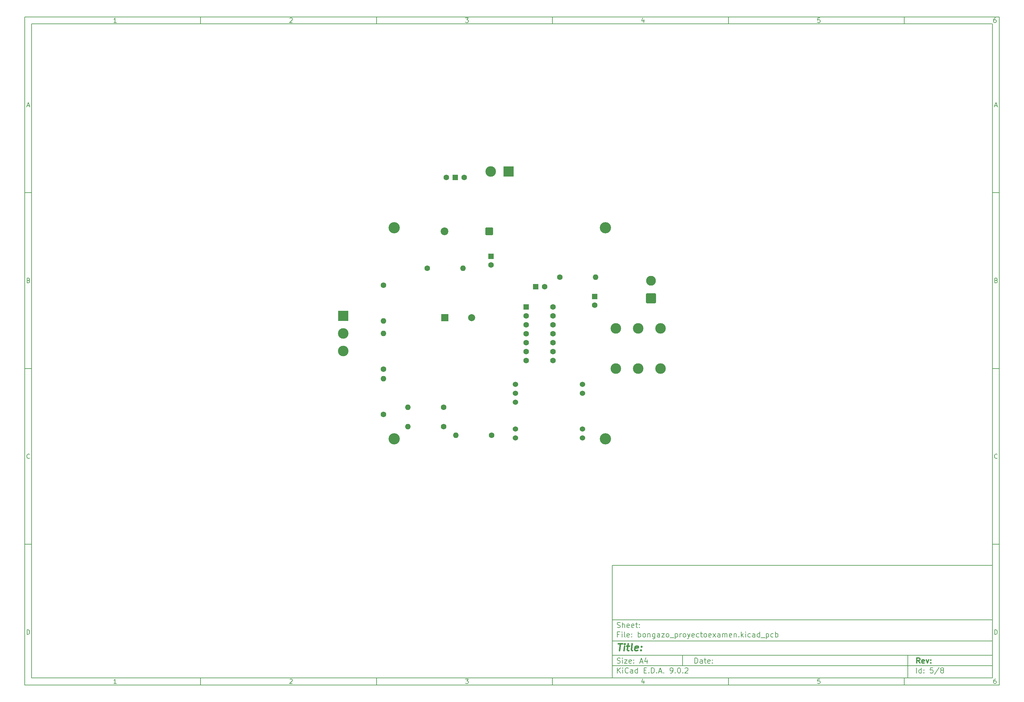
<source format=gbr>
%TF.GenerationSoftware,KiCad,Pcbnew,9.0.2*%
%TF.CreationDate,2025-06-20T15:30:42-04:00*%
%TF.ProjectId,bongazo_proyectoexamen,626f6e67-617a-46f5-9f70-726f79656374,rev?*%
%TF.SameCoordinates,Original*%
%TF.FileFunction,Soldermask,Top*%
%TF.FilePolarity,Negative*%
%FSLAX46Y46*%
G04 Gerber Fmt 4.6, Leading zero omitted, Abs format (unit mm)*
G04 Created by KiCad (PCBNEW 9.0.2) date 2025-06-20 15:30:42*
%MOMM*%
%LPD*%
G01*
G04 APERTURE LIST*
G04 Aperture macros list*
%AMRoundRect*
0 Rectangle with rounded corners*
0 $1 Rounding radius*
0 $2 $3 $4 $5 $6 $7 $8 $9 X,Y pos of 4 corners*
0 Add a 4 corners polygon primitive as box body*
4,1,4,$2,$3,$4,$5,$6,$7,$8,$9,$2,$3,0*
0 Add four circle primitives for the rounded corners*
1,1,$1+$1,$2,$3*
1,1,$1+$1,$4,$5*
1,1,$1+$1,$6,$7*
1,1,$1+$1,$8,$9*
0 Add four rect primitives between the rounded corners*
20,1,$1+$1,$2,$3,$4,$5,0*
20,1,$1+$1,$4,$5,$6,$7,0*
20,1,$1+$1,$6,$7,$8,$9,0*
20,1,$1+$1,$8,$9,$2,$3,0*%
G04 Aperture macros list end*
%ADD10C,0.100000*%
%ADD11C,0.150000*%
%ADD12C,0.300000*%
%ADD13C,0.400000*%
%ADD14C,1.600000*%
%ADD15O,1.600000X1.600000*%
%ADD16RoundRect,0.250000X-0.550000X-0.550000X0.550000X-0.550000X0.550000X0.550000X-0.550000X0.550000X0*%
%ADD17C,3.200000*%
%ADD18RoundRect,0.250001X1.149999X-1.149999X1.149999X1.149999X-1.149999X1.149999X-1.149999X-1.149999X0*%
%ADD19C,2.800000*%
%ADD20R,2.000000X2.000000*%
%ADD21C,2.000000*%
%ADD22R,1.600000X1.600000*%
%ADD23R,3.000000X3.000000*%
%ADD24C,3.000000*%
%ADD25C,1.524000*%
%ADD26R,1.500000X1.500000*%
%ADD27RoundRect,0.249999X0.850001X0.850001X-0.850001X0.850001X-0.850001X-0.850001X0.850001X-0.850001X0*%
%ADD28C,2.200000*%
%ADD29RoundRect,0.250000X-0.550000X0.550000X-0.550000X-0.550000X0.550000X-0.550000X0.550000X0.550000X0*%
G04 APERTURE END LIST*
D10*
D11*
X177002200Y-166007200D02*
X285002200Y-166007200D01*
X285002200Y-198007200D01*
X177002200Y-198007200D01*
X177002200Y-166007200D01*
D10*
D11*
X10000000Y-10000000D02*
X287002200Y-10000000D01*
X287002200Y-200007200D01*
X10000000Y-200007200D01*
X10000000Y-10000000D01*
D10*
D11*
X12000000Y-12000000D02*
X285002200Y-12000000D01*
X285002200Y-198007200D01*
X12000000Y-198007200D01*
X12000000Y-12000000D01*
D10*
D11*
X60000000Y-12000000D02*
X60000000Y-10000000D01*
D10*
D11*
X110000000Y-12000000D02*
X110000000Y-10000000D01*
D10*
D11*
X160000000Y-12000000D02*
X160000000Y-10000000D01*
D10*
D11*
X210000000Y-12000000D02*
X210000000Y-10000000D01*
D10*
D11*
X260000000Y-12000000D02*
X260000000Y-10000000D01*
D10*
D11*
X36089160Y-11593604D02*
X35346303Y-11593604D01*
X35717731Y-11593604D02*
X35717731Y-10293604D01*
X35717731Y-10293604D02*
X35593922Y-10479319D01*
X35593922Y-10479319D02*
X35470112Y-10603128D01*
X35470112Y-10603128D02*
X35346303Y-10665033D01*
D10*
D11*
X85346303Y-10417414D02*
X85408207Y-10355509D01*
X85408207Y-10355509D02*
X85532017Y-10293604D01*
X85532017Y-10293604D02*
X85841541Y-10293604D01*
X85841541Y-10293604D02*
X85965350Y-10355509D01*
X85965350Y-10355509D02*
X86027255Y-10417414D01*
X86027255Y-10417414D02*
X86089160Y-10541223D01*
X86089160Y-10541223D02*
X86089160Y-10665033D01*
X86089160Y-10665033D02*
X86027255Y-10850747D01*
X86027255Y-10850747D02*
X85284398Y-11593604D01*
X85284398Y-11593604D02*
X86089160Y-11593604D01*
D10*
D11*
X135284398Y-10293604D02*
X136089160Y-10293604D01*
X136089160Y-10293604D02*
X135655826Y-10788842D01*
X135655826Y-10788842D02*
X135841541Y-10788842D01*
X135841541Y-10788842D02*
X135965350Y-10850747D01*
X135965350Y-10850747D02*
X136027255Y-10912652D01*
X136027255Y-10912652D02*
X136089160Y-11036461D01*
X136089160Y-11036461D02*
X136089160Y-11345985D01*
X136089160Y-11345985D02*
X136027255Y-11469795D01*
X136027255Y-11469795D02*
X135965350Y-11531700D01*
X135965350Y-11531700D02*
X135841541Y-11593604D01*
X135841541Y-11593604D02*
X135470112Y-11593604D01*
X135470112Y-11593604D02*
X135346303Y-11531700D01*
X135346303Y-11531700D02*
X135284398Y-11469795D01*
D10*
D11*
X185965350Y-10726938D02*
X185965350Y-11593604D01*
X185655826Y-10231700D02*
X185346303Y-11160271D01*
X185346303Y-11160271D02*
X186151064Y-11160271D01*
D10*
D11*
X236027255Y-10293604D02*
X235408207Y-10293604D01*
X235408207Y-10293604D02*
X235346303Y-10912652D01*
X235346303Y-10912652D02*
X235408207Y-10850747D01*
X235408207Y-10850747D02*
X235532017Y-10788842D01*
X235532017Y-10788842D02*
X235841541Y-10788842D01*
X235841541Y-10788842D02*
X235965350Y-10850747D01*
X235965350Y-10850747D02*
X236027255Y-10912652D01*
X236027255Y-10912652D02*
X236089160Y-11036461D01*
X236089160Y-11036461D02*
X236089160Y-11345985D01*
X236089160Y-11345985D02*
X236027255Y-11469795D01*
X236027255Y-11469795D02*
X235965350Y-11531700D01*
X235965350Y-11531700D02*
X235841541Y-11593604D01*
X235841541Y-11593604D02*
X235532017Y-11593604D01*
X235532017Y-11593604D02*
X235408207Y-11531700D01*
X235408207Y-11531700D02*
X235346303Y-11469795D01*
D10*
D11*
X285965350Y-10293604D02*
X285717731Y-10293604D01*
X285717731Y-10293604D02*
X285593922Y-10355509D01*
X285593922Y-10355509D02*
X285532017Y-10417414D01*
X285532017Y-10417414D02*
X285408207Y-10603128D01*
X285408207Y-10603128D02*
X285346303Y-10850747D01*
X285346303Y-10850747D02*
X285346303Y-11345985D01*
X285346303Y-11345985D02*
X285408207Y-11469795D01*
X285408207Y-11469795D02*
X285470112Y-11531700D01*
X285470112Y-11531700D02*
X285593922Y-11593604D01*
X285593922Y-11593604D02*
X285841541Y-11593604D01*
X285841541Y-11593604D02*
X285965350Y-11531700D01*
X285965350Y-11531700D02*
X286027255Y-11469795D01*
X286027255Y-11469795D02*
X286089160Y-11345985D01*
X286089160Y-11345985D02*
X286089160Y-11036461D01*
X286089160Y-11036461D02*
X286027255Y-10912652D01*
X286027255Y-10912652D02*
X285965350Y-10850747D01*
X285965350Y-10850747D02*
X285841541Y-10788842D01*
X285841541Y-10788842D02*
X285593922Y-10788842D01*
X285593922Y-10788842D02*
X285470112Y-10850747D01*
X285470112Y-10850747D02*
X285408207Y-10912652D01*
X285408207Y-10912652D02*
X285346303Y-11036461D01*
D10*
D11*
X60000000Y-198007200D02*
X60000000Y-200007200D01*
D10*
D11*
X110000000Y-198007200D02*
X110000000Y-200007200D01*
D10*
D11*
X160000000Y-198007200D02*
X160000000Y-200007200D01*
D10*
D11*
X210000000Y-198007200D02*
X210000000Y-200007200D01*
D10*
D11*
X260000000Y-198007200D02*
X260000000Y-200007200D01*
D10*
D11*
X36089160Y-199600804D02*
X35346303Y-199600804D01*
X35717731Y-199600804D02*
X35717731Y-198300804D01*
X35717731Y-198300804D02*
X35593922Y-198486519D01*
X35593922Y-198486519D02*
X35470112Y-198610328D01*
X35470112Y-198610328D02*
X35346303Y-198672233D01*
D10*
D11*
X85346303Y-198424614D02*
X85408207Y-198362709D01*
X85408207Y-198362709D02*
X85532017Y-198300804D01*
X85532017Y-198300804D02*
X85841541Y-198300804D01*
X85841541Y-198300804D02*
X85965350Y-198362709D01*
X85965350Y-198362709D02*
X86027255Y-198424614D01*
X86027255Y-198424614D02*
X86089160Y-198548423D01*
X86089160Y-198548423D02*
X86089160Y-198672233D01*
X86089160Y-198672233D02*
X86027255Y-198857947D01*
X86027255Y-198857947D02*
X85284398Y-199600804D01*
X85284398Y-199600804D02*
X86089160Y-199600804D01*
D10*
D11*
X135284398Y-198300804D02*
X136089160Y-198300804D01*
X136089160Y-198300804D02*
X135655826Y-198796042D01*
X135655826Y-198796042D02*
X135841541Y-198796042D01*
X135841541Y-198796042D02*
X135965350Y-198857947D01*
X135965350Y-198857947D02*
X136027255Y-198919852D01*
X136027255Y-198919852D02*
X136089160Y-199043661D01*
X136089160Y-199043661D02*
X136089160Y-199353185D01*
X136089160Y-199353185D02*
X136027255Y-199476995D01*
X136027255Y-199476995D02*
X135965350Y-199538900D01*
X135965350Y-199538900D02*
X135841541Y-199600804D01*
X135841541Y-199600804D02*
X135470112Y-199600804D01*
X135470112Y-199600804D02*
X135346303Y-199538900D01*
X135346303Y-199538900D02*
X135284398Y-199476995D01*
D10*
D11*
X185965350Y-198734138D02*
X185965350Y-199600804D01*
X185655826Y-198238900D02*
X185346303Y-199167471D01*
X185346303Y-199167471D02*
X186151064Y-199167471D01*
D10*
D11*
X236027255Y-198300804D02*
X235408207Y-198300804D01*
X235408207Y-198300804D02*
X235346303Y-198919852D01*
X235346303Y-198919852D02*
X235408207Y-198857947D01*
X235408207Y-198857947D02*
X235532017Y-198796042D01*
X235532017Y-198796042D02*
X235841541Y-198796042D01*
X235841541Y-198796042D02*
X235965350Y-198857947D01*
X235965350Y-198857947D02*
X236027255Y-198919852D01*
X236027255Y-198919852D02*
X236089160Y-199043661D01*
X236089160Y-199043661D02*
X236089160Y-199353185D01*
X236089160Y-199353185D02*
X236027255Y-199476995D01*
X236027255Y-199476995D02*
X235965350Y-199538900D01*
X235965350Y-199538900D02*
X235841541Y-199600804D01*
X235841541Y-199600804D02*
X235532017Y-199600804D01*
X235532017Y-199600804D02*
X235408207Y-199538900D01*
X235408207Y-199538900D02*
X235346303Y-199476995D01*
D10*
D11*
X285965350Y-198300804D02*
X285717731Y-198300804D01*
X285717731Y-198300804D02*
X285593922Y-198362709D01*
X285593922Y-198362709D02*
X285532017Y-198424614D01*
X285532017Y-198424614D02*
X285408207Y-198610328D01*
X285408207Y-198610328D02*
X285346303Y-198857947D01*
X285346303Y-198857947D02*
X285346303Y-199353185D01*
X285346303Y-199353185D02*
X285408207Y-199476995D01*
X285408207Y-199476995D02*
X285470112Y-199538900D01*
X285470112Y-199538900D02*
X285593922Y-199600804D01*
X285593922Y-199600804D02*
X285841541Y-199600804D01*
X285841541Y-199600804D02*
X285965350Y-199538900D01*
X285965350Y-199538900D02*
X286027255Y-199476995D01*
X286027255Y-199476995D02*
X286089160Y-199353185D01*
X286089160Y-199353185D02*
X286089160Y-199043661D01*
X286089160Y-199043661D02*
X286027255Y-198919852D01*
X286027255Y-198919852D02*
X285965350Y-198857947D01*
X285965350Y-198857947D02*
X285841541Y-198796042D01*
X285841541Y-198796042D02*
X285593922Y-198796042D01*
X285593922Y-198796042D02*
X285470112Y-198857947D01*
X285470112Y-198857947D02*
X285408207Y-198919852D01*
X285408207Y-198919852D02*
X285346303Y-199043661D01*
D10*
D11*
X10000000Y-60000000D02*
X12000000Y-60000000D01*
D10*
D11*
X10000000Y-110000000D02*
X12000000Y-110000000D01*
D10*
D11*
X10000000Y-160000000D02*
X12000000Y-160000000D01*
D10*
D11*
X10690476Y-35222176D02*
X11309523Y-35222176D01*
X10566666Y-35593604D02*
X10999999Y-34293604D01*
X10999999Y-34293604D02*
X11433333Y-35593604D01*
D10*
D11*
X11092857Y-84912652D02*
X11278571Y-84974557D01*
X11278571Y-84974557D02*
X11340476Y-85036461D01*
X11340476Y-85036461D02*
X11402380Y-85160271D01*
X11402380Y-85160271D02*
X11402380Y-85345985D01*
X11402380Y-85345985D02*
X11340476Y-85469795D01*
X11340476Y-85469795D02*
X11278571Y-85531700D01*
X11278571Y-85531700D02*
X11154761Y-85593604D01*
X11154761Y-85593604D02*
X10659523Y-85593604D01*
X10659523Y-85593604D02*
X10659523Y-84293604D01*
X10659523Y-84293604D02*
X11092857Y-84293604D01*
X11092857Y-84293604D02*
X11216666Y-84355509D01*
X11216666Y-84355509D02*
X11278571Y-84417414D01*
X11278571Y-84417414D02*
X11340476Y-84541223D01*
X11340476Y-84541223D02*
X11340476Y-84665033D01*
X11340476Y-84665033D02*
X11278571Y-84788842D01*
X11278571Y-84788842D02*
X11216666Y-84850747D01*
X11216666Y-84850747D02*
X11092857Y-84912652D01*
X11092857Y-84912652D02*
X10659523Y-84912652D01*
D10*
D11*
X11402380Y-135469795D02*
X11340476Y-135531700D01*
X11340476Y-135531700D02*
X11154761Y-135593604D01*
X11154761Y-135593604D02*
X11030952Y-135593604D01*
X11030952Y-135593604D02*
X10845238Y-135531700D01*
X10845238Y-135531700D02*
X10721428Y-135407890D01*
X10721428Y-135407890D02*
X10659523Y-135284080D01*
X10659523Y-135284080D02*
X10597619Y-135036461D01*
X10597619Y-135036461D02*
X10597619Y-134850747D01*
X10597619Y-134850747D02*
X10659523Y-134603128D01*
X10659523Y-134603128D02*
X10721428Y-134479319D01*
X10721428Y-134479319D02*
X10845238Y-134355509D01*
X10845238Y-134355509D02*
X11030952Y-134293604D01*
X11030952Y-134293604D02*
X11154761Y-134293604D01*
X11154761Y-134293604D02*
X11340476Y-134355509D01*
X11340476Y-134355509D02*
X11402380Y-134417414D01*
D10*
D11*
X10659523Y-185593604D02*
X10659523Y-184293604D01*
X10659523Y-184293604D02*
X10969047Y-184293604D01*
X10969047Y-184293604D02*
X11154761Y-184355509D01*
X11154761Y-184355509D02*
X11278571Y-184479319D01*
X11278571Y-184479319D02*
X11340476Y-184603128D01*
X11340476Y-184603128D02*
X11402380Y-184850747D01*
X11402380Y-184850747D02*
X11402380Y-185036461D01*
X11402380Y-185036461D02*
X11340476Y-185284080D01*
X11340476Y-185284080D02*
X11278571Y-185407890D01*
X11278571Y-185407890D02*
X11154761Y-185531700D01*
X11154761Y-185531700D02*
X10969047Y-185593604D01*
X10969047Y-185593604D02*
X10659523Y-185593604D01*
D10*
D11*
X287002200Y-60000000D02*
X285002200Y-60000000D01*
D10*
D11*
X287002200Y-110000000D02*
X285002200Y-110000000D01*
D10*
D11*
X287002200Y-160000000D02*
X285002200Y-160000000D01*
D10*
D11*
X285692676Y-35222176D02*
X286311723Y-35222176D01*
X285568866Y-35593604D02*
X286002199Y-34293604D01*
X286002199Y-34293604D02*
X286435533Y-35593604D01*
D10*
D11*
X286095057Y-84912652D02*
X286280771Y-84974557D01*
X286280771Y-84974557D02*
X286342676Y-85036461D01*
X286342676Y-85036461D02*
X286404580Y-85160271D01*
X286404580Y-85160271D02*
X286404580Y-85345985D01*
X286404580Y-85345985D02*
X286342676Y-85469795D01*
X286342676Y-85469795D02*
X286280771Y-85531700D01*
X286280771Y-85531700D02*
X286156961Y-85593604D01*
X286156961Y-85593604D02*
X285661723Y-85593604D01*
X285661723Y-85593604D02*
X285661723Y-84293604D01*
X285661723Y-84293604D02*
X286095057Y-84293604D01*
X286095057Y-84293604D02*
X286218866Y-84355509D01*
X286218866Y-84355509D02*
X286280771Y-84417414D01*
X286280771Y-84417414D02*
X286342676Y-84541223D01*
X286342676Y-84541223D02*
X286342676Y-84665033D01*
X286342676Y-84665033D02*
X286280771Y-84788842D01*
X286280771Y-84788842D02*
X286218866Y-84850747D01*
X286218866Y-84850747D02*
X286095057Y-84912652D01*
X286095057Y-84912652D02*
X285661723Y-84912652D01*
D10*
D11*
X286404580Y-135469795D02*
X286342676Y-135531700D01*
X286342676Y-135531700D02*
X286156961Y-135593604D01*
X286156961Y-135593604D02*
X286033152Y-135593604D01*
X286033152Y-135593604D02*
X285847438Y-135531700D01*
X285847438Y-135531700D02*
X285723628Y-135407890D01*
X285723628Y-135407890D02*
X285661723Y-135284080D01*
X285661723Y-135284080D02*
X285599819Y-135036461D01*
X285599819Y-135036461D02*
X285599819Y-134850747D01*
X285599819Y-134850747D02*
X285661723Y-134603128D01*
X285661723Y-134603128D02*
X285723628Y-134479319D01*
X285723628Y-134479319D02*
X285847438Y-134355509D01*
X285847438Y-134355509D02*
X286033152Y-134293604D01*
X286033152Y-134293604D02*
X286156961Y-134293604D01*
X286156961Y-134293604D02*
X286342676Y-134355509D01*
X286342676Y-134355509D02*
X286404580Y-134417414D01*
D10*
D11*
X285661723Y-185593604D02*
X285661723Y-184293604D01*
X285661723Y-184293604D02*
X285971247Y-184293604D01*
X285971247Y-184293604D02*
X286156961Y-184355509D01*
X286156961Y-184355509D02*
X286280771Y-184479319D01*
X286280771Y-184479319D02*
X286342676Y-184603128D01*
X286342676Y-184603128D02*
X286404580Y-184850747D01*
X286404580Y-184850747D02*
X286404580Y-185036461D01*
X286404580Y-185036461D02*
X286342676Y-185284080D01*
X286342676Y-185284080D02*
X286280771Y-185407890D01*
X286280771Y-185407890D02*
X286156961Y-185531700D01*
X286156961Y-185531700D02*
X285971247Y-185593604D01*
X285971247Y-185593604D02*
X285661723Y-185593604D01*
D10*
D11*
X200458026Y-193793328D02*
X200458026Y-192293328D01*
X200458026Y-192293328D02*
X200815169Y-192293328D01*
X200815169Y-192293328D02*
X201029455Y-192364757D01*
X201029455Y-192364757D02*
X201172312Y-192507614D01*
X201172312Y-192507614D02*
X201243741Y-192650471D01*
X201243741Y-192650471D02*
X201315169Y-192936185D01*
X201315169Y-192936185D02*
X201315169Y-193150471D01*
X201315169Y-193150471D02*
X201243741Y-193436185D01*
X201243741Y-193436185D02*
X201172312Y-193579042D01*
X201172312Y-193579042D02*
X201029455Y-193721900D01*
X201029455Y-193721900D02*
X200815169Y-193793328D01*
X200815169Y-193793328D02*
X200458026Y-193793328D01*
X202600884Y-193793328D02*
X202600884Y-193007614D01*
X202600884Y-193007614D02*
X202529455Y-192864757D01*
X202529455Y-192864757D02*
X202386598Y-192793328D01*
X202386598Y-192793328D02*
X202100884Y-192793328D01*
X202100884Y-192793328D02*
X201958026Y-192864757D01*
X202600884Y-193721900D02*
X202458026Y-193793328D01*
X202458026Y-193793328D02*
X202100884Y-193793328D01*
X202100884Y-193793328D02*
X201958026Y-193721900D01*
X201958026Y-193721900D02*
X201886598Y-193579042D01*
X201886598Y-193579042D02*
X201886598Y-193436185D01*
X201886598Y-193436185D02*
X201958026Y-193293328D01*
X201958026Y-193293328D02*
X202100884Y-193221900D01*
X202100884Y-193221900D02*
X202458026Y-193221900D01*
X202458026Y-193221900D02*
X202600884Y-193150471D01*
X203100884Y-192793328D02*
X203672312Y-192793328D01*
X203315169Y-192293328D02*
X203315169Y-193579042D01*
X203315169Y-193579042D02*
X203386598Y-193721900D01*
X203386598Y-193721900D02*
X203529455Y-193793328D01*
X203529455Y-193793328D02*
X203672312Y-193793328D01*
X204743741Y-193721900D02*
X204600884Y-193793328D01*
X204600884Y-193793328D02*
X204315170Y-193793328D01*
X204315170Y-193793328D02*
X204172312Y-193721900D01*
X204172312Y-193721900D02*
X204100884Y-193579042D01*
X204100884Y-193579042D02*
X204100884Y-193007614D01*
X204100884Y-193007614D02*
X204172312Y-192864757D01*
X204172312Y-192864757D02*
X204315170Y-192793328D01*
X204315170Y-192793328D02*
X204600884Y-192793328D01*
X204600884Y-192793328D02*
X204743741Y-192864757D01*
X204743741Y-192864757D02*
X204815170Y-193007614D01*
X204815170Y-193007614D02*
X204815170Y-193150471D01*
X204815170Y-193150471D02*
X204100884Y-193293328D01*
X205458026Y-193650471D02*
X205529455Y-193721900D01*
X205529455Y-193721900D02*
X205458026Y-193793328D01*
X205458026Y-193793328D02*
X205386598Y-193721900D01*
X205386598Y-193721900D02*
X205458026Y-193650471D01*
X205458026Y-193650471D02*
X205458026Y-193793328D01*
X205458026Y-192864757D02*
X205529455Y-192936185D01*
X205529455Y-192936185D02*
X205458026Y-193007614D01*
X205458026Y-193007614D02*
X205386598Y-192936185D01*
X205386598Y-192936185D02*
X205458026Y-192864757D01*
X205458026Y-192864757D02*
X205458026Y-193007614D01*
D10*
D11*
X177002200Y-194507200D02*
X285002200Y-194507200D01*
D10*
D11*
X178458026Y-196593328D02*
X178458026Y-195093328D01*
X179315169Y-196593328D02*
X178672312Y-195736185D01*
X179315169Y-195093328D02*
X178458026Y-195950471D01*
X179958026Y-196593328D02*
X179958026Y-195593328D01*
X179958026Y-195093328D02*
X179886598Y-195164757D01*
X179886598Y-195164757D02*
X179958026Y-195236185D01*
X179958026Y-195236185D02*
X180029455Y-195164757D01*
X180029455Y-195164757D02*
X179958026Y-195093328D01*
X179958026Y-195093328D02*
X179958026Y-195236185D01*
X181529455Y-196450471D02*
X181458027Y-196521900D01*
X181458027Y-196521900D02*
X181243741Y-196593328D01*
X181243741Y-196593328D02*
X181100884Y-196593328D01*
X181100884Y-196593328D02*
X180886598Y-196521900D01*
X180886598Y-196521900D02*
X180743741Y-196379042D01*
X180743741Y-196379042D02*
X180672312Y-196236185D01*
X180672312Y-196236185D02*
X180600884Y-195950471D01*
X180600884Y-195950471D02*
X180600884Y-195736185D01*
X180600884Y-195736185D02*
X180672312Y-195450471D01*
X180672312Y-195450471D02*
X180743741Y-195307614D01*
X180743741Y-195307614D02*
X180886598Y-195164757D01*
X180886598Y-195164757D02*
X181100884Y-195093328D01*
X181100884Y-195093328D02*
X181243741Y-195093328D01*
X181243741Y-195093328D02*
X181458027Y-195164757D01*
X181458027Y-195164757D02*
X181529455Y-195236185D01*
X182815170Y-196593328D02*
X182815170Y-195807614D01*
X182815170Y-195807614D02*
X182743741Y-195664757D01*
X182743741Y-195664757D02*
X182600884Y-195593328D01*
X182600884Y-195593328D02*
X182315170Y-195593328D01*
X182315170Y-195593328D02*
X182172312Y-195664757D01*
X182815170Y-196521900D02*
X182672312Y-196593328D01*
X182672312Y-196593328D02*
X182315170Y-196593328D01*
X182315170Y-196593328D02*
X182172312Y-196521900D01*
X182172312Y-196521900D02*
X182100884Y-196379042D01*
X182100884Y-196379042D02*
X182100884Y-196236185D01*
X182100884Y-196236185D02*
X182172312Y-196093328D01*
X182172312Y-196093328D02*
X182315170Y-196021900D01*
X182315170Y-196021900D02*
X182672312Y-196021900D01*
X182672312Y-196021900D02*
X182815170Y-195950471D01*
X184172313Y-196593328D02*
X184172313Y-195093328D01*
X184172313Y-196521900D02*
X184029455Y-196593328D01*
X184029455Y-196593328D02*
X183743741Y-196593328D01*
X183743741Y-196593328D02*
X183600884Y-196521900D01*
X183600884Y-196521900D02*
X183529455Y-196450471D01*
X183529455Y-196450471D02*
X183458027Y-196307614D01*
X183458027Y-196307614D02*
X183458027Y-195879042D01*
X183458027Y-195879042D02*
X183529455Y-195736185D01*
X183529455Y-195736185D02*
X183600884Y-195664757D01*
X183600884Y-195664757D02*
X183743741Y-195593328D01*
X183743741Y-195593328D02*
X184029455Y-195593328D01*
X184029455Y-195593328D02*
X184172313Y-195664757D01*
X186029455Y-195807614D02*
X186529455Y-195807614D01*
X186743741Y-196593328D02*
X186029455Y-196593328D01*
X186029455Y-196593328D02*
X186029455Y-195093328D01*
X186029455Y-195093328D02*
X186743741Y-195093328D01*
X187386598Y-196450471D02*
X187458027Y-196521900D01*
X187458027Y-196521900D02*
X187386598Y-196593328D01*
X187386598Y-196593328D02*
X187315170Y-196521900D01*
X187315170Y-196521900D02*
X187386598Y-196450471D01*
X187386598Y-196450471D02*
X187386598Y-196593328D01*
X188100884Y-196593328D02*
X188100884Y-195093328D01*
X188100884Y-195093328D02*
X188458027Y-195093328D01*
X188458027Y-195093328D02*
X188672313Y-195164757D01*
X188672313Y-195164757D02*
X188815170Y-195307614D01*
X188815170Y-195307614D02*
X188886599Y-195450471D01*
X188886599Y-195450471D02*
X188958027Y-195736185D01*
X188958027Y-195736185D02*
X188958027Y-195950471D01*
X188958027Y-195950471D02*
X188886599Y-196236185D01*
X188886599Y-196236185D02*
X188815170Y-196379042D01*
X188815170Y-196379042D02*
X188672313Y-196521900D01*
X188672313Y-196521900D02*
X188458027Y-196593328D01*
X188458027Y-196593328D02*
X188100884Y-196593328D01*
X189600884Y-196450471D02*
X189672313Y-196521900D01*
X189672313Y-196521900D02*
X189600884Y-196593328D01*
X189600884Y-196593328D02*
X189529456Y-196521900D01*
X189529456Y-196521900D02*
X189600884Y-196450471D01*
X189600884Y-196450471D02*
X189600884Y-196593328D01*
X190243742Y-196164757D02*
X190958028Y-196164757D01*
X190100885Y-196593328D02*
X190600885Y-195093328D01*
X190600885Y-195093328D02*
X191100885Y-196593328D01*
X191600884Y-196450471D02*
X191672313Y-196521900D01*
X191672313Y-196521900D02*
X191600884Y-196593328D01*
X191600884Y-196593328D02*
X191529456Y-196521900D01*
X191529456Y-196521900D02*
X191600884Y-196450471D01*
X191600884Y-196450471D02*
X191600884Y-196593328D01*
X193529456Y-196593328D02*
X193815170Y-196593328D01*
X193815170Y-196593328D02*
X193958027Y-196521900D01*
X193958027Y-196521900D02*
X194029456Y-196450471D01*
X194029456Y-196450471D02*
X194172313Y-196236185D01*
X194172313Y-196236185D02*
X194243742Y-195950471D01*
X194243742Y-195950471D02*
X194243742Y-195379042D01*
X194243742Y-195379042D02*
X194172313Y-195236185D01*
X194172313Y-195236185D02*
X194100885Y-195164757D01*
X194100885Y-195164757D02*
X193958027Y-195093328D01*
X193958027Y-195093328D02*
X193672313Y-195093328D01*
X193672313Y-195093328D02*
X193529456Y-195164757D01*
X193529456Y-195164757D02*
X193458027Y-195236185D01*
X193458027Y-195236185D02*
X193386599Y-195379042D01*
X193386599Y-195379042D02*
X193386599Y-195736185D01*
X193386599Y-195736185D02*
X193458027Y-195879042D01*
X193458027Y-195879042D02*
X193529456Y-195950471D01*
X193529456Y-195950471D02*
X193672313Y-196021900D01*
X193672313Y-196021900D02*
X193958027Y-196021900D01*
X193958027Y-196021900D02*
X194100885Y-195950471D01*
X194100885Y-195950471D02*
X194172313Y-195879042D01*
X194172313Y-195879042D02*
X194243742Y-195736185D01*
X194886598Y-196450471D02*
X194958027Y-196521900D01*
X194958027Y-196521900D02*
X194886598Y-196593328D01*
X194886598Y-196593328D02*
X194815170Y-196521900D01*
X194815170Y-196521900D02*
X194886598Y-196450471D01*
X194886598Y-196450471D02*
X194886598Y-196593328D01*
X195886599Y-195093328D02*
X196029456Y-195093328D01*
X196029456Y-195093328D02*
X196172313Y-195164757D01*
X196172313Y-195164757D02*
X196243742Y-195236185D01*
X196243742Y-195236185D02*
X196315170Y-195379042D01*
X196315170Y-195379042D02*
X196386599Y-195664757D01*
X196386599Y-195664757D02*
X196386599Y-196021900D01*
X196386599Y-196021900D02*
X196315170Y-196307614D01*
X196315170Y-196307614D02*
X196243742Y-196450471D01*
X196243742Y-196450471D02*
X196172313Y-196521900D01*
X196172313Y-196521900D02*
X196029456Y-196593328D01*
X196029456Y-196593328D02*
X195886599Y-196593328D01*
X195886599Y-196593328D02*
X195743742Y-196521900D01*
X195743742Y-196521900D02*
X195672313Y-196450471D01*
X195672313Y-196450471D02*
X195600884Y-196307614D01*
X195600884Y-196307614D02*
X195529456Y-196021900D01*
X195529456Y-196021900D02*
X195529456Y-195664757D01*
X195529456Y-195664757D02*
X195600884Y-195379042D01*
X195600884Y-195379042D02*
X195672313Y-195236185D01*
X195672313Y-195236185D02*
X195743742Y-195164757D01*
X195743742Y-195164757D02*
X195886599Y-195093328D01*
X197029455Y-196450471D02*
X197100884Y-196521900D01*
X197100884Y-196521900D02*
X197029455Y-196593328D01*
X197029455Y-196593328D02*
X196958027Y-196521900D01*
X196958027Y-196521900D02*
X197029455Y-196450471D01*
X197029455Y-196450471D02*
X197029455Y-196593328D01*
X197672313Y-195236185D02*
X197743741Y-195164757D01*
X197743741Y-195164757D02*
X197886599Y-195093328D01*
X197886599Y-195093328D02*
X198243741Y-195093328D01*
X198243741Y-195093328D02*
X198386599Y-195164757D01*
X198386599Y-195164757D02*
X198458027Y-195236185D01*
X198458027Y-195236185D02*
X198529456Y-195379042D01*
X198529456Y-195379042D02*
X198529456Y-195521900D01*
X198529456Y-195521900D02*
X198458027Y-195736185D01*
X198458027Y-195736185D02*
X197600884Y-196593328D01*
X197600884Y-196593328D02*
X198529456Y-196593328D01*
D10*
D11*
X177002200Y-191507200D02*
X285002200Y-191507200D01*
D10*
D12*
X264413853Y-193785528D02*
X263913853Y-193071242D01*
X263556710Y-193785528D02*
X263556710Y-192285528D01*
X263556710Y-192285528D02*
X264128139Y-192285528D01*
X264128139Y-192285528D02*
X264270996Y-192356957D01*
X264270996Y-192356957D02*
X264342425Y-192428385D01*
X264342425Y-192428385D02*
X264413853Y-192571242D01*
X264413853Y-192571242D02*
X264413853Y-192785528D01*
X264413853Y-192785528D02*
X264342425Y-192928385D01*
X264342425Y-192928385D02*
X264270996Y-192999814D01*
X264270996Y-192999814D02*
X264128139Y-193071242D01*
X264128139Y-193071242D02*
X263556710Y-193071242D01*
X265628139Y-193714100D02*
X265485282Y-193785528D01*
X265485282Y-193785528D02*
X265199568Y-193785528D01*
X265199568Y-193785528D02*
X265056710Y-193714100D01*
X265056710Y-193714100D02*
X264985282Y-193571242D01*
X264985282Y-193571242D02*
X264985282Y-192999814D01*
X264985282Y-192999814D02*
X265056710Y-192856957D01*
X265056710Y-192856957D02*
X265199568Y-192785528D01*
X265199568Y-192785528D02*
X265485282Y-192785528D01*
X265485282Y-192785528D02*
X265628139Y-192856957D01*
X265628139Y-192856957D02*
X265699568Y-192999814D01*
X265699568Y-192999814D02*
X265699568Y-193142671D01*
X265699568Y-193142671D02*
X264985282Y-193285528D01*
X266199567Y-192785528D02*
X266556710Y-193785528D01*
X266556710Y-193785528D02*
X266913853Y-192785528D01*
X267485281Y-193642671D02*
X267556710Y-193714100D01*
X267556710Y-193714100D02*
X267485281Y-193785528D01*
X267485281Y-193785528D02*
X267413853Y-193714100D01*
X267413853Y-193714100D02*
X267485281Y-193642671D01*
X267485281Y-193642671D02*
X267485281Y-193785528D01*
X267485281Y-192856957D02*
X267556710Y-192928385D01*
X267556710Y-192928385D02*
X267485281Y-192999814D01*
X267485281Y-192999814D02*
X267413853Y-192928385D01*
X267413853Y-192928385D02*
X267485281Y-192856957D01*
X267485281Y-192856957D02*
X267485281Y-192999814D01*
D10*
D11*
X178386598Y-193721900D02*
X178600884Y-193793328D01*
X178600884Y-193793328D02*
X178958026Y-193793328D01*
X178958026Y-193793328D02*
X179100884Y-193721900D01*
X179100884Y-193721900D02*
X179172312Y-193650471D01*
X179172312Y-193650471D02*
X179243741Y-193507614D01*
X179243741Y-193507614D02*
X179243741Y-193364757D01*
X179243741Y-193364757D02*
X179172312Y-193221900D01*
X179172312Y-193221900D02*
X179100884Y-193150471D01*
X179100884Y-193150471D02*
X178958026Y-193079042D01*
X178958026Y-193079042D02*
X178672312Y-193007614D01*
X178672312Y-193007614D02*
X178529455Y-192936185D01*
X178529455Y-192936185D02*
X178458026Y-192864757D01*
X178458026Y-192864757D02*
X178386598Y-192721900D01*
X178386598Y-192721900D02*
X178386598Y-192579042D01*
X178386598Y-192579042D02*
X178458026Y-192436185D01*
X178458026Y-192436185D02*
X178529455Y-192364757D01*
X178529455Y-192364757D02*
X178672312Y-192293328D01*
X178672312Y-192293328D02*
X179029455Y-192293328D01*
X179029455Y-192293328D02*
X179243741Y-192364757D01*
X179886597Y-193793328D02*
X179886597Y-192793328D01*
X179886597Y-192293328D02*
X179815169Y-192364757D01*
X179815169Y-192364757D02*
X179886597Y-192436185D01*
X179886597Y-192436185D02*
X179958026Y-192364757D01*
X179958026Y-192364757D02*
X179886597Y-192293328D01*
X179886597Y-192293328D02*
X179886597Y-192436185D01*
X180458026Y-192793328D02*
X181243741Y-192793328D01*
X181243741Y-192793328D02*
X180458026Y-193793328D01*
X180458026Y-193793328D02*
X181243741Y-193793328D01*
X182386598Y-193721900D02*
X182243741Y-193793328D01*
X182243741Y-193793328D02*
X181958027Y-193793328D01*
X181958027Y-193793328D02*
X181815169Y-193721900D01*
X181815169Y-193721900D02*
X181743741Y-193579042D01*
X181743741Y-193579042D02*
X181743741Y-193007614D01*
X181743741Y-193007614D02*
X181815169Y-192864757D01*
X181815169Y-192864757D02*
X181958027Y-192793328D01*
X181958027Y-192793328D02*
X182243741Y-192793328D01*
X182243741Y-192793328D02*
X182386598Y-192864757D01*
X182386598Y-192864757D02*
X182458027Y-193007614D01*
X182458027Y-193007614D02*
X182458027Y-193150471D01*
X182458027Y-193150471D02*
X181743741Y-193293328D01*
X183100883Y-193650471D02*
X183172312Y-193721900D01*
X183172312Y-193721900D02*
X183100883Y-193793328D01*
X183100883Y-193793328D02*
X183029455Y-193721900D01*
X183029455Y-193721900D02*
X183100883Y-193650471D01*
X183100883Y-193650471D02*
X183100883Y-193793328D01*
X183100883Y-192864757D02*
X183172312Y-192936185D01*
X183172312Y-192936185D02*
X183100883Y-193007614D01*
X183100883Y-193007614D02*
X183029455Y-192936185D01*
X183029455Y-192936185D02*
X183100883Y-192864757D01*
X183100883Y-192864757D02*
X183100883Y-193007614D01*
X184886598Y-193364757D02*
X185600884Y-193364757D01*
X184743741Y-193793328D02*
X185243741Y-192293328D01*
X185243741Y-192293328D02*
X185743741Y-193793328D01*
X186886598Y-192793328D02*
X186886598Y-193793328D01*
X186529455Y-192221900D02*
X186172312Y-193293328D01*
X186172312Y-193293328D02*
X187100883Y-193293328D01*
D10*
D11*
X263458026Y-196593328D02*
X263458026Y-195093328D01*
X264815170Y-196593328D02*
X264815170Y-195093328D01*
X264815170Y-196521900D02*
X264672312Y-196593328D01*
X264672312Y-196593328D02*
X264386598Y-196593328D01*
X264386598Y-196593328D02*
X264243741Y-196521900D01*
X264243741Y-196521900D02*
X264172312Y-196450471D01*
X264172312Y-196450471D02*
X264100884Y-196307614D01*
X264100884Y-196307614D02*
X264100884Y-195879042D01*
X264100884Y-195879042D02*
X264172312Y-195736185D01*
X264172312Y-195736185D02*
X264243741Y-195664757D01*
X264243741Y-195664757D02*
X264386598Y-195593328D01*
X264386598Y-195593328D02*
X264672312Y-195593328D01*
X264672312Y-195593328D02*
X264815170Y-195664757D01*
X265529455Y-196450471D02*
X265600884Y-196521900D01*
X265600884Y-196521900D02*
X265529455Y-196593328D01*
X265529455Y-196593328D02*
X265458027Y-196521900D01*
X265458027Y-196521900D02*
X265529455Y-196450471D01*
X265529455Y-196450471D02*
X265529455Y-196593328D01*
X265529455Y-195664757D02*
X265600884Y-195736185D01*
X265600884Y-195736185D02*
X265529455Y-195807614D01*
X265529455Y-195807614D02*
X265458027Y-195736185D01*
X265458027Y-195736185D02*
X265529455Y-195664757D01*
X265529455Y-195664757D02*
X265529455Y-195807614D01*
X268100884Y-195093328D02*
X267386598Y-195093328D01*
X267386598Y-195093328D02*
X267315170Y-195807614D01*
X267315170Y-195807614D02*
X267386598Y-195736185D01*
X267386598Y-195736185D02*
X267529456Y-195664757D01*
X267529456Y-195664757D02*
X267886598Y-195664757D01*
X267886598Y-195664757D02*
X268029456Y-195736185D01*
X268029456Y-195736185D02*
X268100884Y-195807614D01*
X268100884Y-195807614D02*
X268172313Y-195950471D01*
X268172313Y-195950471D02*
X268172313Y-196307614D01*
X268172313Y-196307614D02*
X268100884Y-196450471D01*
X268100884Y-196450471D02*
X268029456Y-196521900D01*
X268029456Y-196521900D02*
X267886598Y-196593328D01*
X267886598Y-196593328D02*
X267529456Y-196593328D01*
X267529456Y-196593328D02*
X267386598Y-196521900D01*
X267386598Y-196521900D02*
X267315170Y-196450471D01*
X269886598Y-195021900D02*
X268600884Y-196950471D01*
X270600884Y-195736185D02*
X270458027Y-195664757D01*
X270458027Y-195664757D02*
X270386598Y-195593328D01*
X270386598Y-195593328D02*
X270315170Y-195450471D01*
X270315170Y-195450471D02*
X270315170Y-195379042D01*
X270315170Y-195379042D02*
X270386598Y-195236185D01*
X270386598Y-195236185D02*
X270458027Y-195164757D01*
X270458027Y-195164757D02*
X270600884Y-195093328D01*
X270600884Y-195093328D02*
X270886598Y-195093328D01*
X270886598Y-195093328D02*
X271029456Y-195164757D01*
X271029456Y-195164757D02*
X271100884Y-195236185D01*
X271100884Y-195236185D02*
X271172313Y-195379042D01*
X271172313Y-195379042D02*
X271172313Y-195450471D01*
X271172313Y-195450471D02*
X271100884Y-195593328D01*
X271100884Y-195593328D02*
X271029456Y-195664757D01*
X271029456Y-195664757D02*
X270886598Y-195736185D01*
X270886598Y-195736185D02*
X270600884Y-195736185D01*
X270600884Y-195736185D02*
X270458027Y-195807614D01*
X270458027Y-195807614D02*
X270386598Y-195879042D01*
X270386598Y-195879042D02*
X270315170Y-196021900D01*
X270315170Y-196021900D02*
X270315170Y-196307614D01*
X270315170Y-196307614D02*
X270386598Y-196450471D01*
X270386598Y-196450471D02*
X270458027Y-196521900D01*
X270458027Y-196521900D02*
X270600884Y-196593328D01*
X270600884Y-196593328D02*
X270886598Y-196593328D01*
X270886598Y-196593328D02*
X271029456Y-196521900D01*
X271029456Y-196521900D02*
X271100884Y-196450471D01*
X271100884Y-196450471D02*
X271172313Y-196307614D01*
X271172313Y-196307614D02*
X271172313Y-196021900D01*
X271172313Y-196021900D02*
X271100884Y-195879042D01*
X271100884Y-195879042D02*
X271029456Y-195807614D01*
X271029456Y-195807614D02*
X270886598Y-195736185D01*
D10*
D11*
X177002200Y-187507200D02*
X285002200Y-187507200D01*
D10*
D13*
X178693928Y-188211638D02*
X179836785Y-188211638D01*
X179015357Y-190211638D02*
X179265357Y-188211638D01*
X180253452Y-190211638D02*
X180420119Y-188878304D01*
X180503452Y-188211638D02*
X180396309Y-188306876D01*
X180396309Y-188306876D02*
X180479643Y-188402114D01*
X180479643Y-188402114D02*
X180586786Y-188306876D01*
X180586786Y-188306876D02*
X180503452Y-188211638D01*
X180503452Y-188211638D02*
X180479643Y-188402114D01*
X181086786Y-188878304D02*
X181848690Y-188878304D01*
X181455833Y-188211638D02*
X181241548Y-189925923D01*
X181241548Y-189925923D02*
X181312976Y-190116400D01*
X181312976Y-190116400D02*
X181491548Y-190211638D01*
X181491548Y-190211638D02*
X181682024Y-190211638D01*
X182634405Y-190211638D02*
X182455833Y-190116400D01*
X182455833Y-190116400D02*
X182384405Y-189925923D01*
X182384405Y-189925923D02*
X182598690Y-188211638D01*
X184170119Y-190116400D02*
X183967738Y-190211638D01*
X183967738Y-190211638D02*
X183586785Y-190211638D01*
X183586785Y-190211638D02*
X183408214Y-190116400D01*
X183408214Y-190116400D02*
X183336785Y-189925923D01*
X183336785Y-189925923D02*
X183432024Y-189164019D01*
X183432024Y-189164019D02*
X183551071Y-188973542D01*
X183551071Y-188973542D02*
X183753452Y-188878304D01*
X183753452Y-188878304D02*
X184134404Y-188878304D01*
X184134404Y-188878304D02*
X184312976Y-188973542D01*
X184312976Y-188973542D02*
X184384404Y-189164019D01*
X184384404Y-189164019D02*
X184360595Y-189354495D01*
X184360595Y-189354495D02*
X183384404Y-189544971D01*
X185134405Y-190021161D02*
X185217738Y-190116400D01*
X185217738Y-190116400D02*
X185110595Y-190211638D01*
X185110595Y-190211638D02*
X185027262Y-190116400D01*
X185027262Y-190116400D02*
X185134405Y-190021161D01*
X185134405Y-190021161D02*
X185110595Y-190211638D01*
X185265357Y-188973542D02*
X185348690Y-189068780D01*
X185348690Y-189068780D02*
X185241548Y-189164019D01*
X185241548Y-189164019D02*
X185158214Y-189068780D01*
X185158214Y-189068780D02*
X185265357Y-188973542D01*
X185265357Y-188973542D02*
X185241548Y-189164019D01*
D10*
D11*
X178958026Y-185607614D02*
X178458026Y-185607614D01*
X178458026Y-186393328D02*
X178458026Y-184893328D01*
X178458026Y-184893328D02*
X179172312Y-184893328D01*
X179743740Y-186393328D02*
X179743740Y-185393328D01*
X179743740Y-184893328D02*
X179672312Y-184964757D01*
X179672312Y-184964757D02*
X179743740Y-185036185D01*
X179743740Y-185036185D02*
X179815169Y-184964757D01*
X179815169Y-184964757D02*
X179743740Y-184893328D01*
X179743740Y-184893328D02*
X179743740Y-185036185D01*
X180672312Y-186393328D02*
X180529455Y-186321900D01*
X180529455Y-186321900D02*
X180458026Y-186179042D01*
X180458026Y-186179042D02*
X180458026Y-184893328D01*
X181815169Y-186321900D02*
X181672312Y-186393328D01*
X181672312Y-186393328D02*
X181386598Y-186393328D01*
X181386598Y-186393328D02*
X181243740Y-186321900D01*
X181243740Y-186321900D02*
X181172312Y-186179042D01*
X181172312Y-186179042D02*
X181172312Y-185607614D01*
X181172312Y-185607614D02*
X181243740Y-185464757D01*
X181243740Y-185464757D02*
X181386598Y-185393328D01*
X181386598Y-185393328D02*
X181672312Y-185393328D01*
X181672312Y-185393328D02*
X181815169Y-185464757D01*
X181815169Y-185464757D02*
X181886598Y-185607614D01*
X181886598Y-185607614D02*
X181886598Y-185750471D01*
X181886598Y-185750471D02*
X181172312Y-185893328D01*
X182529454Y-186250471D02*
X182600883Y-186321900D01*
X182600883Y-186321900D02*
X182529454Y-186393328D01*
X182529454Y-186393328D02*
X182458026Y-186321900D01*
X182458026Y-186321900D02*
X182529454Y-186250471D01*
X182529454Y-186250471D02*
X182529454Y-186393328D01*
X182529454Y-185464757D02*
X182600883Y-185536185D01*
X182600883Y-185536185D02*
X182529454Y-185607614D01*
X182529454Y-185607614D02*
X182458026Y-185536185D01*
X182458026Y-185536185D02*
X182529454Y-185464757D01*
X182529454Y-185464757D02*
X182529454Y-185607614D01*
X184386597Y-186393328D02*
X184386597Y-184893328D01*
X184386597Y-185464757D02*
X184529455Y-185393328D01*
X184529455Y-185393328D02*
X184815169Y-185393328D01*
X184815169Y-185393328D02*
X184958026Y-185464757D01*
X184958026Y-185464757D02*
X185029455Y-185536185D01*
X185029455Y-185536185D02*
X185100883Y-185679042D01*
X185100883Y-185679042D02*
X185100883Y-186107614D01*
X185100883Y-186107614D02*
X185029455Y-186250471D01*
X185029455Y-186250471D02*
X184958026Y-186321900D01*
X184958026Y-186321900D02*
X184815169Y-186393328D01*
X184815169Y-186393328D02*
X184529455Y-186393328D01*
X184529455Y-186393328D02*
X184386597Y-186321900D01*
X185958026Y-186393328D02*
X185815169Y-186321900D01*
X185815169Y-186321900D02*
X185743740Y-186250471D01*
X185743740Y-186250471D02*
X185672312Y-186107614D01*
X185672312Y-186107614D02*
X185672312Y-185679042D01*
X185672312Y-185679042D02*
X185743740Y-185536185D01*
X185743740Y-185536185D02*
X185815169Y-185464757D01*
X185815169Y-185464757D02*
X185958026Y-185393328D01*
X185958026Y-185393328D02*
X186172312Y-185393328D01*
X186172312Y-185393328D02*
X186315169Y-185464757D01*
X186315169Y-185464757D02*
X186386598Y-185536185D01*
X186386598Y-185536185D02*
X186458026Y-185679042D01*
X186458026Y-185679042D02*
X186458026Y-186107614D01*
X186458026Y-186107614D02*
X186386598Y-186250471D01*
X186386598Y-186250471D02*
X186315169Y-186321900D01*
X186315169Y-186321900D02*
X186172312Y-186393328D01*
X186172312Y-186393328D02*
X185958026Y-186393328D01*
X187100883Y-185393328D02*
X187100883Y-186393328D01*
X187100883Y-185536185D02*
X187172312Y-185464757D01*
X187172312Y-185464757D02*
X187315169Y-185393328D01*
X187315169Y-185393328D02*
X187529455Y-185393328D01*
X187529455Y-185393328D02*
X187672312Y-185464757D01*
X187672312Y-185464757D02*
X187743741Y-185607614D01*
X187743741Y-185607614D02*
X187743741Y-186393328D01*
X189100884Y-185393328D02*
X189100884Y-186607614D01*
X189100884Y-186607614D02*
X189029455Y-186750471D01*
X189029455Y-186750471D02*
X188958026Y-186821900D01*
X188958026Y-186821900D02*
X188815169Y-186893328D01*
X188815169Y-186893328D02*
X188600884Y-186893328D01*
X188600884Y-186893328D02*
X188458026Y-186821900D01*
X189100884Y-186321900D02*
X188958026Y-186393328D01*
X188958026Y-186393328D02*
X188672312Y-186393328D01*
X188672312Y-186393328D02*
X188529455Y-186321900D01*
X188529455Y-186321900D02*
X188458026Y-186250471D01*
X188458026Y-186250471D02*
X188386598Y-186107614D01*
X188386598Y-186107614D02*
X188386598Y-185679042D01*
X188386598Y-185679042D02*
X188458026Y-185536185D01*
X188458026Y-185536185D02*
X188529455Y-185464757D01*
X188529455Y-185464757D02*
X188672312Y-185393328D01*
X188672312Y-185393328D02*
X188958026Y-185393328D01*
X188958026Y-185393328D02*
X189100884Y-185464757D01*
X190458027Y-186393328D02*
X190458027Y-185607614D01*
X190458027Y-185607614D02*
X190386598Y-185464757D01*
X190386598Y-185464757D02*
X190243741Y-185393328D01*
X190243741Y-185393328D02*
X189958027Y-185393328D01*
X189958027Y-185393328D02*
X189815169Y-185464757D01*
X190458027Y-186321900D02*
X190315169Y-186393328D01*
X190315169Y-186393328D02*
X189958027Y-186393328D01*
X189958027Y-186393328D02*
X189815169Y-186321900D01*
X189815169Y-186321900D02*
X189743741Y-186179042D01*
X189743741Y-186179042D02*
X189743741Y-186036185D01*
X189743741Y-186036185D02*
X189815169Y-185893328D01*
X189815169Y-185893328D02*
X189958027Y-185821900D01*
X189958027Y-185821900D02*
X190315169Y-185821900D01*
X190315169Y-185821900D02*
X190458027Y-185750471D01*
X191029455Y-185393328D02*
X191815170Y-185393328D01*
X191815170Y-185393328D02*
X191029455Y-186393328D01*
X191029455Y-186393328D02*
X191815170Y-186393328D01*
X192600884Y-186393328D02*
X192458027Y-186321900D01*
X192458027Y-186321900D02*
X192386598Y-186250471D01*
X192386598Y-186250471D02*
X192315170Y-186107614D01*
X192315170Y-186107614D02*
X192315170Y-185679042D01*
X192315170Y-185679042D02*
X192386598Y-185536185D01*
X192386598Y-185536185D02*
X192458027Y-185464757D01*
X192458027Y-185464757D02*
X192600884Y-185393328D01*
X192600884Y-185393328D02*
X192815170Y-185393328D01*
X192815170Y-185393328D02*
X192958027Y-185464757D01*
X192958027Y-185464757D02*
X193029456Y-185536185D01*
X193029456Y-185536185D02*
X193100884Y-185679042D01*
X193100884Y-185679042D02*
X193100884Y-186107614D01*
X193100884Y-186107614D02*
X193029456Y-186250471D01*
X193029456Y-186250471D02*
X192958027Y-186321900D01*
X192958027Y-186321900D02*
X192815170Y-186393328D01*
X192815170Y-186393328D02*
X192600884Y-186393328D01*
X193386599Y-186536185D02*
X194529456Y-186536185D01*
X194886598Y-185393328D02*
X194886598Y-186893328D01*
X194886598Y-185464757D02*
X195029456Y-185393328D01*
X195029456Y-185393328D02*
X195315170Y-185393328D01*
X195315170Y-185393328D02*
X195458027Y-185464757D01*
X195458027Y-185464757D02*
X195529456Y-185536185D01*
X195529456Y-185536185D02*
X195600884Y-185679042D01*
X195600884Y-185679042D02*
X195600884Y-186107614D01*
X195600884Y-186107614D02*
X195529456Y-186250471D01*
X195529456Y-186250471D02*
X195458027Y-186321900D01*
X195458027Y-186321900D02*
X195315170Y-186393328D01*
X195315170Y-186393328D02*
X195029456Y-186393328D01*
X195029456Y-186393328D02*
X194886598Y-186321900D01*
X196243741Y-186393328D02*
X196243741Y-185393328D01*
X196243741Y-185679042D02*
X196315170Y-185536185D01*
X196315170Y-185536185D02*
X196386599Y-185464757D01*
X196386599Y-185464757D02*
X196529456Y-185393328D01*
X196529456Y-185393328D02*
X196672313Y-185393328D01*
X197386598Y-186393328D02*
X197243741Y-186321900D01*
X197243741Y-186321900D02*
X197172312Y-186250471D01*
X197172312Y-186250471D02*
X197100884Y-186107614D01*
X197100884Y-186107614D02*
X197100884Y-185679042D01*
X197100884Y-185679042D02*
X197172312Y-185536185D01*
X197172312Y-185536185D02*
X197243741Y-185464757D01*
X197243741Y-185464757D02*
X197386598Y-185393328D01*
X197386598Y-185393328D02*
X197600884Y-185393328D01*
X197600884Y-185393328D02*
X197743741Y-185464757D01*
X197743741Y-185464757D02*
X197815170Y-185536185D01*
X197815170Y-185536185D02*
X197886598Y-185679042D01*
X197886598Y-185679042D02*
X197886598Y-186107614D01*
X197886598Y-186107614D02*
X197815170Y-186250471D01*
X197815170Y-186250471D02*
X197743741Y-186321900D01*
X197743741Y-186321900D02*
X197600884Y-186393328D01*
X197600884Y-186393328D02*
X197386598Y-186393328D01*
X198386598Y-185393328D02*
X198743741Y-186393328D01*
X199100884Y-185393328D02*
X198743741Y-186393328D01*
X198743741Y-186393328D02*
X198600884Y-186750471D01*
X198600884Y-186750471D02*
X198529455Y-186821900D01*
X198529455Y-186821900D02*
X198386598Y-186893328D01*
X200243741Y-186321900D02*
X200100884Y-186393328D01*
X200100884Y-186393328D02*
X199815170Y-186393328D01*
X199815170Y-186393328D02*
X199672312Y-186321900D01*
X199672312Y-186321900D02*
X199600884Y-186179042D01*
X199600884Y-186179042D02*
X199600884Y-185607614D01*
X199600884Y-185607614D02*
X199672312Y-185464757D01*
X199672312Y-185464757D02*
X199815170Y-185393328D01*
X199815170Y-185393328D02*
X200100884Y-185393328D01*
X200100884Y-185393328D02*
X200243741Y-185464757D01*
X200243741Y-185464757D02*
X200315170Y-185607614D01*
X200315170Y-185607614D02*
X200315170Y-185750471D01*
X200315170Y-185750471D02*
X199600884Y-185893328D01*
X201600884Y-186321900D02*
X201458026Y-186393328D01*
X201458026Y-186393328D02*
X201172312Y-186393328D01*
X201172312Y-186393328D02*
X201029455Y-186321900D01*
X201029455Y-186321900D02*
X200958026Y-186250471D01*
X200958026Y-186250471D02*
X200886598Y-186107614D01*
X200886598Y-186107614D02*
X200886598Y-185679042D01*
X200886598Y-185679042D02*
X200958026Y-185536185D01*
X200958026Y-185536185D02*
X201029455Y-185464757D01*
X201029455Y-185464757D02*
X201172312Y-185393328D01*
X201172312Y-185393328D02*
X201458026Y-185393328D01*
X201458026Y-185393328D02*
X201600884Y-185464757D01*
X202029455Y-185393328D02*
X202600883Y-185393328D01*
X202243740Y-184893328D02*
X202243740Y-186179042D01*
X202243740Y-186179042D02*
X202315169Y-186321900D01*
X202315169Y-186321900D02*
X202458026Y-186393328D01*
X202458026Y-186393328D02*
X202600883Y-186393328D01*
X203315169Y-186393328D02*
X203172312Y-186321900D01*
X203172312Y-186321900D02*
X203100883Y-186250471D01*
X203100883Y-186250471D02*
X203029455Y-186107614D01*
X203029455Y-186107614D02*
X203029455Y-185679042D01*
X203029455Y-185679042D02*
X203100883Y-185536185D01*
X203100883Y-185536185D02*
X203172312Y-185464757D01*
X203172312Y-185464757D02*
X203315169Y-185393328D01*
X203315169Y-185393328D02*
X203529455Y-185393328D01*
X203529455Y-185393328D02*
X203672312Y-185464757D01*
X203672312Y-185464757D02*
X203743741Y-185536185D01*
X203743741Y-185536185D02*
X203815169Y-185679042D01*
X203815169Y-185679042D02*
X203815169Y-186107614D01*
X203815169Y-186107614D02*
X203743741Y-186250471D01*
X203743741Y-186250471D02*
X203672312Y-186321900D01*
X203672312Y-186321900D02*
X203529455Y-186393328D01*
X203529455Y-186393328D02*
X203315169Y-186393328D01*
X205029455Y-186321900D02*
X204886598Y-186393328D01*
X204886598Y-186393328D02*
X204600884Y-186393328D01*
X204600884Y-186393328D02*
X204458026Y-186321900D01*
X204458026Y-186321900D02*
X204386598Y-186179042D01*
X204386598Y-186179042D02*
X204386598Y-185607614D01*
X204386598Y-185607614D02*
X204458026Y-185464757D01*
X204458026Y-185464757D02*
X204600884Y-185393328D01*
X204600884Y-185393328D02*
X204886598Y-185393328D01*
X204886598Y-185393328D02*
X205029455Y-185464757D01*
X205029455Y-185464757D02*
X205100884Y-185607614D01*
X205100884Y-185607614D02*
X205100884Y-185750471D01*
X205100884Y-185750471D02*
X204386598Y-185893328D01*
X205600883Y-186393328D02*
X206386598Y-185393328D01*
X205600883Y-185393328D02*
X206386598Y-186393328D01*
X207600884Y-186393328D02*
X207600884Y-185607614D01*
X207600884Y-185607614D02*
X207529455Y-185464757D01*
X207529455Y-185464757D02*
X207386598Y-185393328D01*
X207386598Y-185393328D02*
X207100884Y-185393328D01*
X207100884Y-185393328D02*
X206958026Y-185464757D01*
X207600884Y-186321900D02*
X207458026Y-186393328D01*
X207458026Y-186393328D02*
X207100884Y-186393328D01*
X207100884Y-186393328D02*
X206958026Y-186321900D01*
X206958026Y-186321900D02*
X206886598Y-186179042D01*
X206886598Y-186179042D02*
X206886598Y-186036185D01*
X206886598Y-186036185D02*
X206958026Y-185893328D01*
X206958026Y-185893328D02*
X207100884Y-185821900D01*
X207100884Y-185821900D02*
X207458026Y-185821900D01*
X207458026Y-185821900D02*
X207600884Y-185750471D01*
X208315169Y-186393328D02*
X208315169Y-185393328D01*
X208315169Y-185536185D02*
X208386598Y-185464757D01*
X208386598Y-185464757D02*
X208529455Y-185393328D01*
X208529455Y-185393328D02*
X208743741Y-185393328D01*
X208743741Y-185393328D02*
X208886598Y-185464757D01*
X208886598Y-185464757D02*
X208958027Y-185607614D01*
X208958027Y-185607614D02*
X208958027Y-186393328D01*
X208958027Y-185607614D02*
X209029455Y-185464757D01*
X209029455Y-185464757D02*
X209172312Y-185393328D01*
X209172312Y-185393328D02*
X209386598Y-185393328D01*
X209386598Y-185393328D02*
X209529455Y-185464757D01*
X209529455Y-185464757D02*
X209600884Y-185607614D01*
X209600884Y-185607614D02*
X209600884Y-186393328D01*
X210886598Y-186321900D02*
X210743741Y-186393328D01*
X210743741Y-186393328D02*
X210458027Y-186393328D01*
X210458027Y-186393328D02*
X210315169Y-186321900D01*
X210315169Y-186321900D02*
X210243741Y-186179042D01*
X210243741Y-186179042D02*
X210243741Y-185607614D01*
X210243741Y-185607614D02*
X210315169Y-185464757D01*
X210315169Y-185464757D02*
X210458027Y-185393328D01*
X210458027Y-185393328D02*
X210743741Y-185393328D01*
X210743741Y-185393328D02*
X210886598Y-185464757D01*
X210886598Y-185464757D02*
X210958027Y-185607614D01*
X210958027Y-185607614D02*
X210958027Y-185750471D01*
X210958027Y-185750471D02*
X210243741Y-185893328D01*
X211600883Y-185393328D02*
X211600883Y-186393328D01*
X211600883Y-185536185D02*
X211672312Y-185464757D01*
X211672312Y-185464757D02*
X211815169Y-185393328D01*
X211815169Y-185393328D02*
X212029455Y-185393328D01*
X212029455Y-185393328D02*
X212172312Y-185464757D01*
X212172312Y-185464757D02*
X212243741Y-185607614D01*
X212243741Y-185607614D02*
X212243741Y-186393328D01*
X212958026Y-186250471D02*
X213029455Y-186321900D01*
X213029455Y-186321900D02*
X212958026Y-186393328D01*
X212958026Y-186393328D02*
X212886598Y-186321900D01*
X212886598Y-186321900D02*
X212958026Y-186250471D01*
X212958026Y-186250471D02*
X212958026Y-186393328D01*
X213672312Y-186393328D02*
X213672312Y-184893328D01*
X213815170Y-185821900D02*
X214243741Y-186393328D01*
X214243741Y-185393328D02*
X213672312Y-185964757D01*
X214886598Y-186393328D02*
X214886598Y-185393328D01*
X214886598Y-184893328D02*
X214815170Y-184964757D01*
X214815170Y-184964757D02*
X214886598Y-185036185D01*
X214886598Y-185036185D02*
X214958027Y-184964757D01*
X214958027Y-184964757D02*
X214886598Y-184893328D01*
X214886598Y-184893328D02*
X214886598Y-185036185D01*
X216243742Y-186321900D02*
X216100884Y-186393328D01*
X216100884Y-186393328D02*
X215815170Y-186393328D01*
X215815170Y-186393328D02*
X215672313Y-186321900D01*
X215672313Y-186321900D02*
X215600884Y-186250471D01*
X215600884Y-186250471D02*
X215529456Y-186107614D01*
X215529456Y-186107614D02*
X215529456Y-185679042D01*
X215529456Y-185679042D02*
X215600884Y-185536185D01*
X215600884Y-185536185D02*
X215672313Y-185464757D01*
X215672313Y-185464757D02*
X215815170Y-185393328D01*
X215815170Y-185393328D02*
X216100884Y-185393328D01*
X216100884Y-185393328D02*
X216243742Y-185464757D01*
X217529456Y-186393328D02*
X217529456Y-185607614D01*
X217529456Y-185607614D02*
X217458027Y-185464757D01*
X217458027Y-185464757D02*
X217315170Y-185393328D01*
X217315170Y-185393328D02*
X217029456Y-185393328D01*
X217029456Y-185393328D02*
X216886598Y-185464757D01*
X217529456Y-186321900D02*
X217386598Y-186393328D01*
X217386598Y-186393328D02*
X217029456Y-186393328D01*
X217029456Y-186393328D02*
X216886598Y-186321900D01*
X216886598Y-186321900D02*
X216815170Y-186179042D01*
X216815170Y-186179042D02*
X216815170Y-186036185D01*
X216815170Y-186036185D02*
X216886598Y-185893328D01*
X216886598Y-185893328D02*
X217029456Y-185821900D01*
X217029456Y-185821900D02*
X217386598Y-185821900D01*
X217386598Y-185821900D02*
X217529456Y-185750471D01*
X218886599Y-186393328D02*
X218886599Y-184893328D01*
X218886599Y-186321900D02*
X218743741Y-186393328D01*
X218743741Y-186393328D02*
X218458027Y-186393328D01*
X218458027Y-186393328D02*
X218315170Y-186321900D01*
X218315170Y-186321900D02*
X218243741Y-186250471D01*
X218243741Y-186250471D02*
X218172313Y-186107614D01*
X218172313Y-186107614D02*
X218172313Y-185679042D01*
X218172313Y-185679042D02*
X218243741Y-185536185D01*
X218243741Y-185536185D02*
X218315170Y-185464757D01*
X218315170Y-185464757D02*
X218458027Y-185393328D01*
X218458027Y-185393328D02*
X218743741Y-185393328D01*
X218743741Y-185393328D02*
X218886599Y-185464757D01*
X219243742Y-186536185D02*
X220386599Y-186536185D01*
X220743741Y-185393328D02*
X220743741Y-186893328D01*
X220743741Y-185464757D02*
X220886599Y-185393328D01*
X220886599Y-185393328D02*
X221172313Y-185393328D01*
X221172313Y-185393328D02*
X221315170Y-185464757D01*
X221315170Y-185464757D02*
X221386599Y-185536185D01*
X221386599Y-185536185D02*
X221458027Y-185679042D01*
X221458027Y-185679042D02*
X221458027Y-186107614D01*
X221458027Y-186107614D02*
X221386599Y-186250471D01*
X221386599Y-186250471D02*
X221315170Y-186321900D01*
X221315170Y-186321900D02*
X221172313Y-186393328D01*
X221172313Y-186393328D02*
X220886599Y-186393328D01*
X220886599Y-186393328D02*
X220743741Y-186321900D01*
X222743742Y-186321900D02*
X222600884Y-186393328D01*
X222600884Y-186393328D02*
X222315170Y-186393328D01*
X222315170Y-186393328D02*
X222172313Y-186321900D01*
X222172313Y-186321900D02*
X222100884Y-186250471D01*
X222100884Y-186250471D02*
X222029456Y-186107614D01*
X222029456Y-186107614D02*
X222029456Y-185679042D01*
X222029456Y-185679042D02*
X222100884Y-185536185D01*
X222100884Y-185536185D02*
X222172313Y-185464757D01*
X222172313Y-185464757D02*
X222315170Y-185393328D01*
X222315170Y-185393328D02*
X222600884Y-185393328D01*
X222600884Y-185393328D02*
X222743742Y-185464757D01*
X223386598Y-186393328D02*
X223386598Y-184893328D01*
X223386598Y-185464757D02*
X223529456Y-185393328D01*
X223529456Y-185393328D02*
X223815170Y-185393328D01*
X223815170Y-185393328D02*
X223958027Y-185464757D01*
X223958027Y-185464757D02*
X224029456Y-185536185D01*
X224029456Y-185536185D02*
X224100884Y-185679042D01*
X224100884Y-185679042D02*
X224100884Y-186107614D01*
X224100884Y-186107614D02*
X224029456Y-186250471D01*
X224029456Y-186250471D02*
X223958027Y-186321900D01*
X223958027Y-186321900D02*
X223815170Y-186393328D01*
X223815170Y-186393328D02*
X223529456Y-186393328D01*
X223529456Y-186393328D02*
X223386598Y-186321900D01*
D10*
D11*
X177002200Y-181507200D02*
X285002200Y-181507200D01*
D10*
D11*
X178386598Y-183621900D02*
X178600884Y-183693328D01*
X178600884Y-183693328D02*
X178958026Y-183693328D01*
X178958026Y-183693328D02*
X179100884Y-183621900D01*
X179100884Y-183621900D02*
X179172312Y-183550471D01*
X179172312Y-183550471D02*
X179243741Y-183407614D01*
X179243741Y-183407614D02*
X179243741Y-183264757D01*
X179243741Y-183264757D02*
X179172312Y-183121900D01*
X179172312Y-183121900D02*
X179100884Y-183050471D01*
X179100884Y-183050471D02*
X178958026Y-182979042D01*
X178958026Y-182979042D02*
X178672312Y-182907614D01*
X178672312Y-182907614D02*
X178529455Y-182836185D01*
X178529455Y-182836185D02*
X178458026Y-182764757D01*
X178458026Y-182764757D02*
X178386598Y-182621900D01*
X178386598Y-182621900D02*
X178386598Y-182479042D01*
X178386598Y-182479042D02*
X178458026Y-182336185D01*
X178458026Y-182336185D02*
X178529455Y-182264757D01*
X178529455Y-182264757D02*
X178672312Y-182193328D01*
X178672312Y-182193328D02*
X179029455Y-182193328D01*
X179029455Y-182193328D02*
X179243741Y-182264757D01*
X179886597Y-183693328D02*
X179886597Y-182193328D01*
X180529455Y-183693328D02*
X180529455Y-182907614D01*
X180529455Y-182907614D02*
X180458026Y-182764757D01*
X180458026Y-182764757D02*
X180315169Y-182693328D01*
X180315169Y-182693328D02*
X180100883Y-182693328D01*
X180100883Y-182693328D02*
X179958026Y-182764757D01*
X179958026Y-182764757D02*
X179886597Y-182836185D01*
X181815169Y-183621900D02*
X181672312Y-183693328D01*
X181672312Y-183693328D02*
X181386598Y-183693328D01*
X181386598Y-183693328D02*
X181243740Y-183621900D01*
X181243740Y-183621900D02*
X181172312Y-183479042D01*
X181172312Y-183479042D02*
X181172312Y-182907614D01*
X181172312Y-182907614D02*
X181243740Y-182764757D01*
X181243740Y-182764757D02*
X181386598Y-182693328D01*
X181386598Y-182693328D02*
X181672312Y-182693328D01*
X181672312Y-182693328D02*
X181815169Y-182764757D01*
X181815169Y-182764757D02*
X181886598Y-182907614D01*
X181886598Y-182907614D02*
X181886598Y-183050471D01*
X181886598Y-183050471D02*
X181172312Y-183193328D01*
X183100883Y-183621900D02*
X182958026Y-183693328D01*
X182958026Y-183693328D02*
X182672312Y-183693328D01*
X182672312Y-183693328D02*
X182529454Y-183621900D01*
X182529454Y-183621900D02*
X182458026Y-183479042D01*
X182458026Y-183479042D02*
X182458026Y-182907614D01*
X182458026Y-182907614D02*
X182529454Y-182764757D01*
X182529454Y-182764757D02*
X182672312Y-182693328D01*
X182672312Y-182693328D02*
X182958026Y-182693328D01*
X182958026Y-182693328D02*
X183100883Y-182764757D01*
X183100883Y-182764757D02*
X183172312Y-182907614D01*
X183172312Y-182907614D02*
X183172312Y-183050471D01*
X183172312Y-183050471D02*
X182458026Y-183193328D01*
X183600883Y-182693328D02*
X184172311Y-182693328D01*
X183815168Y-182193328D02*
X183815168Y-183479042D01*
X183815168Y-183479042D02*
X183886597Y-183621900D01*
X183886597Y-183621900D02*
X184029454Y-183693328D01*
X184029454Y-183693328D02*
X184172311Y-183693328D01*
X184672311Y-183550471D02*
X184743740Y-183621900D01*
X184743740Y-183621900D02*
X184672311Y-183693328D01*
X184672311Y-183693328D02*
X184600883Y-183621900D01*
X184600883Y-183621900D02*
X184672311Y-183550471D01*
X184672311Y-183550471D02*
X184672311Y-183693328D01*
X184672311Y-182764757D02*
X184743740Y-182836185D01*
X184743740Y-182836185D02*
X184672311Y-182907614D01*
X184672311Y-182907614D02*
X184600883Y-182836185D01*
X184600883Y-182836185D02*
X184672311Y-182764757D01*
X184672311Y-182764757D02*
X184672311Y-182907614D01*
D10*
D11*
X197002200Y-191507200D02*
X197002200Y-194507200D01*
D10*
D11*
X261002200Y-191507200D02*
X261002200Y-198007200D01*
D14*
%TO.C,R5*%
X162090000Y-84000000D03*
D15*
X172250000Y-84000000D03*
%TD*%
D16*
%TO.C,U1*%
X152500000Y-92460000D03*
D14*
X152500000Y-95000000D03*
X152500000Y-97540000D03*
X152500000Y-100080000D03*
X152500000Y-102620000D03*
X152500000Y-105160000D03*
X152500000Y-107700000D03*
X160120000Y-107700000D03*
X160120000Y-105160000D03*
X160120000Y-102620000D03*
X160120000Y-100080000D03*
X160120000Y-97540000D03*
X160120000Y-95000000D03*
X160120000Y-92460000D03*
%TD*%
%TO.C,R7*%
X124420000Y-81500000D03*
D15*
X134580000Y-81500000D03*
%TD*%
D17*
%TO.C,H2*%
X175000000Y-70000000D03*
%TD*%
D18*
%TO.C,LS1*%
X188000000Y-90000000D03*
D19*
X188000000Y-85000000D03*
%TD*%
D20*
%TO.C,BZ1*%
X129400000Y-95500000D03*
D21*
X137000000Y-95500000D03*
%TD*%
D17*
%TO.C,H1*%
X115000000Y-70000000D03*
%TD*%
%TO.C,H4*%
X175000000Y-130000000D03*
%TD*%
D22*
%TO.C,C1*%
X172000000Y-89500000D03*
D14*
X172000000Y-92000000D03*
%TD*%
D16*
%TO.C,C3*%
X155250000Y-86750000D03*
D14*
X157750000Y-86750000D03*
%TD*%
%TO.C,R8*%
X129080000Y-121000000D03*
D15*
X118920000Y-121000000D03*
%TD*%
D23*
%TO.C,RV1*%
X100500000Y-95000000D03*
D24*
X100500000Y-100000000D03*
X100500000Y-105000000D03*
%TD*%
D25*
%TO.C,U2*%
X149450000Y-114460000D03*
X149450000Y-117000000D03*
X149450000Y-119540000D03*
X149450000Y-127160000D03*
X149450000Y-129700000D03*
X168500000Y-129700000D03*
X168500000Y-127160000D03*
X168500000Y-117000000D03*
X168500000Y-114460000D03*
%TD*%
D26*
%TO.C,SW1*%
X132369539Y-55620581D03*
D14*
X134909539Y-55620581D03*
X129829539Y-55620581D03*
%TD*%
D27*
%TO.C,D1*%
X142000000Y-71000000D03*
D28*
X129300000Y-71000000D03*
%TD*%
D14*
%TO.C,R2*%
X112000000Y-110160000D03*
D15*
X112000000Y-100000000D03*
%TD*%
D23*
%TO.C,J1*%
X147540000Y-54000000D03*
D24*
X142460000Y-54000000D03*
%TD*%
%TO.C,J2*%
X184350000Y-98570000D03*
X184350000Y-110000000D03*
X190700000Y-98570000D03*
X190700000Y-110000000D03*
X178000000Y-98570000D03*
X178000000Y-110000000D03*
%TD*%
D17*
%TO.C,H3*%
X115000000Y-130000000D03*
%TD*%
D14*
%TO.C,R4*%
X142660000Y-129000000D03*
D15*
X132500000Y-129000000D03*
%TD*%
D14*
%TO.C,R1*%
X112000000Y-123080000D03*
D15*
X112000000Y-112920000D03*
%TD*%
D14*
%TO.C,R6*%
X129080000Y-126500000D03*
D15*
X118920000Y-126500000D03*
%TD*%
D29*
%TO.C,C2*%
X142500000Y-78067621D03*
D14*
X142500000Y-80567621D03*
%TD*%
%TO.C,R3*%
X112000000Y-86340000D03*
D15*
X112000000Y-96500000D03*
%TD*%
M02*

</source>
